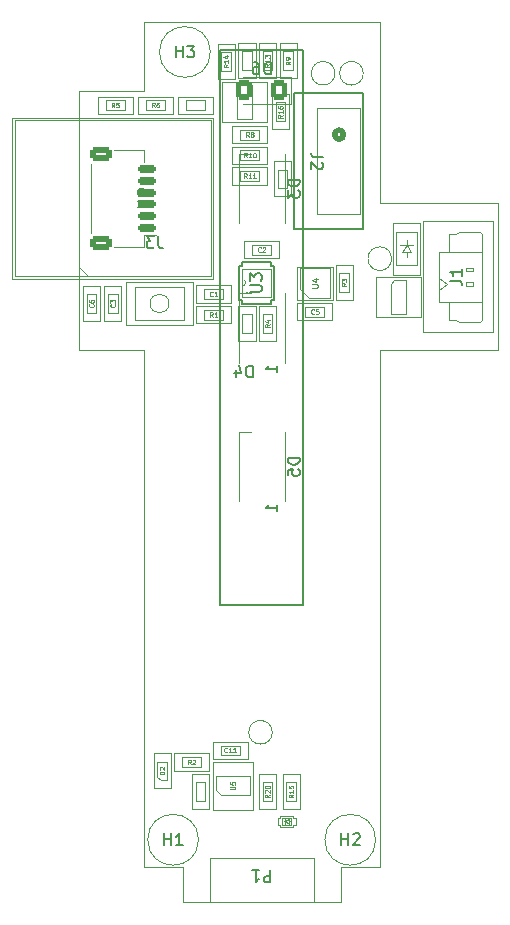
<source format=gbo>
%TF.GenerationSoftware,KiCad,Pcbnew,7.0.7*%
%TF.CreationDate,2023-10-18T20:35:36-04:00*%
%TF.ProjectId,room_environment_monitor,726f6f6d-5f65-46e7-9669-726f6e6d656e,rev?*%
%TF.SameCoordinates,Original*%
%TF.FileFunction,Legend,Bot*%
%TF.FilePolarity,Positive*%
%FSLAX46Y46*%
G04 Gerber Fmt 4.6, Leading zero omitted, Abs format (unit mm)*
G04 Created by KiCad (PCBNEW 7.0.7) date 2023-10-18 20:35:36*
%MOMM*%
%LPD*%
G01*
G04 APERTURE LIST*
G04 Aperture macros list*
%AMRoundRect*
0 Rectangle with rounded corners*
0 $1 Rounding radius*
0 $2 $3 $4 $5 $6 $7 $8 $9 X,Y pos of 4 corners*
0 Add a 4 corners polygon primitive as box body*
4,1,4,$2,$3,$4,$5,$6,$7,$8,$9,$2,$3,0*
0 Add four circle primitives for the rounded corners*
1,1,$1+$1,$2,$3*
1,1,$1+$1,$4,$5*
1,1,$1+$1,$6,$7*
1,1,$1+$1,$8,$9*
0 Add four rect primitives between the rounded corners*
20,1,$1+$1,$2,$3,$4,$5,0*
20,1,$1+$1,$4,$5,$6,$7,0*
20,1,$1+$1,$6,$7,$8,$9,0*
20,1,$1+$1,$8,$9,$2,$3,0*%
G04 Aperture macros list end*
%ADD10C,0.150000*%
%ADD11C,0.120000*%
%ADD12C,2.200000*%
%ADD13O,1.066800X1.701800*%
%ADD14R,0.850000X1.600000*%
%ADD15RoundRect,0.150000X0.625000X-0.150000X0.625000X0.150000X-0.625000X0.150000X-0.625000X-0.150000X0*%
%ADD16RoundRect,0.250000X0.650000X-0.350000X0.650000X0.350000X-0.650000X0.350000X-0.650000X-0.350000X0*%
%ADD17RoundRect,0.250001X0.462499X0.624999X-0.462499X0.624999X-0.462499X-0.624999X0.462499X-0.624999X0*%
%TA.AperFunction,Profile*%
%ADD18C,0.100000*%
%TD*%
%ADD19C,0.050000*%
%ADD20C,0.152400*%
%ADD21C,0.060000*%
%ADD22C,0.075000*%
%ADD23C,0.100000*%
%ADD24C,0.025400*%
%ADD25C,0.508000*%
G04 APERTURE END LIST*
D10*
X106500000Y-119300000D02*
X113500000Y-119300000D01*
X106500000Y-72300000D02*
X106500000Y-119300000D01*
X113500000Y-72300000D02*
X106500000Y-72300000D01*
X113500000Y-119300000D02*
X113500000Y-72300000D01*
X109238094Y-100054819D02*
X109238094Y-99054819D01*
X109238094Y-99054819D02*
X108999999Y-99054819D01*
X108999999Y-99054819D02*
X108857142Y-99102438D01*
X108857142Y-99102438D02*
X108761904Y-99197676D01*
X108761904Y-99197676D02*
X108714285Y-99292914D01*
X108714285Y-99292914D02*
X108666666Y-99483390D01*
X108666666Y-99483390D02*
X108666666Y-99626247D01*
X108666666Y-99626247D02*
X108714285Y-99816723D01*
X108714285Y-99816723D02*
X108761904Y-99911961D01*
X108761904Y-99911961D02*
X108857142Y-100007200D01*
X108857142Y-100007200D02*
X108999999Y-100054819D01*
X108999999Y-100054819D02*
X109238094Y-100054819D01*
X107809523Y-99388152D02*
X107809523Y-100054819D01*
X108047618Y-99007200D02*
X108285713Y-99721485D01*
X108285713Y-99721485D02*
X107666666Y-99721485D01*
X111329819Y-99635714D02*
X111329819Y-99064286D01*
X111329819Y-99350000D02*
X110329819Y-99350000D01*
X110329819Y-99350000D02*
X110472676Y-99254762D01*
X110472676Y-99254762D02*
X110567914Y-99159524D01*
X110567914Y-99159524D02*
X110615533Y-99064286D01*
X101253333Y-88114819D02*
X101253333Y-88829104D01*
X101253333Y-88829104D02*
X101300952Y-88971961D01*
X101300952Y-88971961D02*
X101396190Y-89067200D01*
X101396190Y-89067200D02*
X101539047Y-89114819D01*
X101539047Y-89114819D02*
X101634285Y-89114819D01*
X100872380Y-88114819D02*
X100253333Y-88114819D01*
X100253333Y-88114819D02*
X100586666Y-88495771D01*
X100586666Y-88495771D02*
X100443809Y-88495771D01*
X100443809Y-88495771D02*
X100348571Y-88543390D01*
X100348571Y-88543390D02*
X100300952Y-88591009D01*
X100300952Y-88591009D02*
X100253333Y-88686247D01*
X100253333Y-88686247D02*
X100253333Y-88924342D01*
X100253333Y-88924342D02*
X100300952Y-89019580D01*
X100300952Y-89019580D02*
X100348571Y-89067200D01*
X100348571Y-89067200D02*
X100443809Y-89114819D01*
X100443809Y-89114819D02*
X100729523Y-89114819D01*
X100729523Y-89114819D02*
X100824761Y-89067200D01*
X100824761Y-89067200D02*
X100872380Y-89019580D01*
X113204819Y-83311905D02*
X112204819Y-83311905D01*
X112204819Y-83311905D02*
X112204819Y-83550000D01*
X112204819Y-83550000D02*
X112252438Y-83692857D01*
X112252438Y-83692857D02*
X112347676Y-83788095D01*
X112347676Y-83788095D02*
X112442914Y-83835714D01*
X112442914Y-83835714D02*
X112633390Y-83883333D01*
X112633390Y-83883333D02*
X112776247Y-83883333D01*
X112776247Y-83883333D02*
X112966723Y-83835714D01*
X112966723Y-83835714D02*
X113061961Y-83788095D01*
X113061961Y-83788095D02*
X113157200Y-83692857D01*
X113157200Y-83692857D02*
X113204819Y-83550000D01*
X113204819Y-83550000D02*
X113204819Y-83311905D01*
X112204819Y-84216667D02*
X112204819Y-84835714D01*
X112204819Y-84835714D02*
X112585771Y-84502381D01*
X112585771Y-84502381D02*
X112585771Y-84645238D01*
X112585771Y-84645238D02*
X112633390Y-84740476D01*
X112633390Y-84740476D02*
X112681009Y-84788095D01*
X112681009Y-84788095D02*
X112776247Y-84835714D01*
X112776247Y-84835714D02*
X113014342Y-84835714D01*
X113014342Y-84835714D02*
X113109580Y-84788095D01*
X113109580Y-84788095D02*
X113157200Y-84740476D01*
X113157200Y-84740476D02*
X113204819Y-84645238D01*
X113204819Y-84645238D02*
X113204819Y-84359524D01*
X113204819Y-84359524D02*
X113157200Y-84264286D01*
X113157200Y-84264286D02*
X113109580Y-84216667D01*
X113204819Y-106861905D02*
X112204819Y-106861905D01*
X112204819Y-106861905D02*
X112204819Y-107100000D01*
X112204819Y-107100000D02*
X112252438Y-107242857D01*
X112252438Y-107242857D02*
X112347676Y-107338095D01*
X112347676Y-107338095D02*
X112442914Y-107385714D01*
X112442914Y-107385714D02*
X112633390Y-107433333D01*
X112633390Y-107433333D02*
X112776247Y-107433333D01*
X112776247Y-107433333D02*
X112966723Y-107385714D01*
X112966723Y-107385714D02*
X113061961Y-107338095D01*
X113061961Y-107338095D02*
X113157200Y-107242857D01*
X113157200Y-107242857D02*
X113204819Y-107100000D01*
X113204819Y-107100000D02*
X113204819Y-106861905D01*
X112204819Y-108338095D02*
X112204819Y-107861905D01*
X112204819Y-107861905D02*
X112681009Y-107814286D01*
X112681009Y-107814286D02*
X112633390Y-107861905D01*
X112633390Y-107861905D02*
X112585771Y-107957143D01*
X112585771Y-107957143D02*
X112585771Y-108195238D01*
X112585771Y-108195238D02*
X112633390Y-108290476D01*
X112633390Y-108290476D02*
X112681009Y-108338095D01*
X112681009Y-108338095D02*
X112776247Y-108385714D01*
X112776247Y-108385714D02*
X113014342Y-108385714D01*
X113014342Y-108385714D02*
X113109580Y-108338095D01*
X113109580Y-108338095D02*
X113157200Y-108290476D01*
X113157200Y-108290476D02*
X113204819Y-108195238D01*
X113204819Y-108195238D02*
X113204819Y-107957143D01*
X113204819Y-107957143D02*
X113157200Y-107861905D01*
X113157200Y-107861905D02*
X113109580Y-107814286D01*
X111329819Y-111385714D02*
X111329819Y-110814286D01*
X111329819Y-111100000D02*
X110329819Y-111100000D01*
X110329819Y-111100000D02*
X110472676Y-111004762D01*
X110472676Y-111004762D02*
X110567914Y-110909524D01*
X110567914Y-110909524D02*
X110615533Y-110814286D01*
X110750594Y-74384819D02*
X110750594Y-73384819D01*
X110750594Y-73384819D02*
X110512499Y-73384819D01*
X110512499Y-73384819D02*
X110369642Y-73432438D01*
X110369642Y-73432438D02*
X110274404Y-73527676D01*
X110274404Y-73527676D02*
X110226785Y-73622914D01*
X110226785Y-73622914D02*
X110179166Y-73813390D01*
X110179166Y-73813390D02*
X110179166Y-73956247D01*
X110179166Y-73956247D02*
X110226785Y-74146723D01*
X110226785Y-74146723D02*
X110274404Y-74241961D01*
X110274404Y-74241961D02*
X110369642Y-74337200D01*
X110369642Y-74337200D02*
X110512499Y-74384819D01*
X110512499Y-74384819D02*
X110750594Y-74384819D01*
X109322023Y-73384819D02*
X109512499Y-73384819D01*
X109512499Y-73384819D02*
X109607737Y-73432438D01*
X109607737Y-73432438D02*
X109655356Y-73480057D01*
X109655356Y-73480057D02*
X109750594Y-73622914D01*
X109750594Y-73622914D02*
X109798213Y-73813390D01*
X109798213Y-73813390D02*
X109798213Y-74194342D01*
X109798213Y-74194342D02*
X109750594Y-74289580D01*
X109750594Y-74289580D02*
X109702975Y-74337200D01*
X109702975Y-74337200D02*
X109607737Y-74384819D01*
X109607737Y-74384819D02*
X109417261Y-74384819D01*
X109417261Y-74384819D02*
X109322023Y-74337200D01*
X109322023Y-74337200D02*
X109274404Y-74289580D01*
X109274404Y-74289580D02*
X109226785Y-74194342D01*
X109226785Y-74194342D02*
X109226785Y-73956247D01*
X109226785Y-73956247D02*
X109274404Y-73861009D01*
X109274404Y-73861009D02*
X109322023Y-73813390D01*
X109322023Y-73813390D02*
X109417261Y-73765771D01*
X109417261Y-73765771D02*
X109607737Y-73765771D01*
X109607737Y-73765771D02*
X109702975Y-73813390D01*
X109702975Y-73813390D02*
X109750594Y-73861009D01*
X109750594Y-73861009D02*
X109798213Y-73956247D01*
D11*
%TO.C,D4*%
X108050000Y-98800000D02*
X108050000Y-92900000D01*
X111950000Y-98800000D02*
X111950000Y-92900000D01*
X108050000Y-92900000D02*
X109125000Y-92900000D01*
%TO.C,J3*%
X97535000Y-89010000D02*
X100035000Y-89010000D01*
X100035000Y-89010000D02*
X100035000Y-87960000D01*
X100035000Y-87960000D02*
X101025000Y-87960000D01*
X95565000Y-87840000D02*
X95565000Y-81960000D01*
X97535000Y-80790000D02*
X100035000Y-80790000D01*
X100035000Y-80790000D02*
X100035000Y-81840000D01*
%TO.C,D3*%
X108050000Y-87000000D02*
X108050000Y-81100000D01*
X111950000Y-87000000D02*
X111950000Y-81100000D01*
X108050000Y-81100000D02*
X109125000Y-81100000D01*
%TO.C,D5*%
X108050000Y-110550000D02*
X108050000Y-104650000D01*
X111950000Y-110550000D02*
X111950000Y-104650000D01*
X108050000Y-104650000D02*
X109125000Y-104650000D01*
%TO.C,D6*%
X112472500Y-76885000D02*
X108412500Y-76885000D01*
X112472500Y-74615000D02*
X112472500Y-76885000D01*
X108412500Y-74615000D02*
X112472500Y-74615000D01*
%TD*%
%LPC*%
D12*
%TO.C,H1*%
X102500000Y-139200000D03*
%TD*%
D13*
%TO.C,P1*%
X114269999Y-143050003D03*
X105730001Y-143050003D03*
%TD*%
D12*
%TO.C,H2*%
X117500000Y-139200000D03*
%TD*%
%TO.C,H3*%
X103500000Y-72500000D03*
%TD*%
D14*
%TO.C,D4*%
X110875000Y-97600000D03*
X109125000Y-97600000D03*
X109125000Y-94100000D03*
X110875000Y-94100000D03*
%TD*%
D15*
%TO.C,J3*%
X100250000Y-87400000D03*
X100250000Y-86400000D03*
X100250000Y-85400000D03*
X100250000Y-84400000D03*
X100250000Y-83400000D03*
X100250000Y-82400000D03*
D16*
X96375000Y-88700000D03*
X96375000Y-81100000D03*
%TD*%
D14*
%TO.C,D3*%
X110875000Y-85800000D03*
X109125000Y-85800000D03*
X109125000Y-82300000D03*
X110875000Y-82300000D03*
%TD*%
%TO.C,D5*%
X110875000Y-109350000D03*
X109125000Y-109350000D03*
X109125000Y-105850000D03*
X110875000Y-105850000D03*
%TD*%
D17*
%TO.C,D6*%
X111500000Y-75750000D03*
X108525000Y-75750000D03*
%TD*%
%LPD*%
D18*
X120000000Y-70000000D02*
X120000000Y-85250000D01*
X103300000Y-144500000D02*
X103300000Y-141500000D01*
X120000000Y-85250000D02*
X130000000Y-85250000D01*
X100000000Y-70000000D02*
X120000000Y-70000000D01*
X100000000Y-75800000D02*
X100000000Y-70000000D01*
X100000000Y-97750000D02*
X94500000Y-97750000D01*
X120000000Y-97750000D02*
X120000000Y-141500000D01*
X130000000Y-85250000D02*
X130000000Y-97750000D01*
X116700000Y-144500000D02*
X103300000Y-144500000D01*
X103300000Y-141500000D02*
X100000000Y-141500000D01*
X116700000Y-141500000D02*
X116700000Y-144500000D01*
X100000000Y-141500000D02*
X100000000Y-97750000D01*
X130000000Y-97750000D02*
X120000000Y-97750000D01*
X94500000Y-75800000D02*
X100000000Y-75800000D01*
X94500000Y-75800000D02*
X94500000Y-97750000D01*
X120000000Y-141500000D02*
X116700000Y-141500000D01*
D19*
%TO.C,R3*%
X116270000Y-93480000D02*
X116270000Y-90520000D01*
X117730000Y-93480000D02*
X116270000Y-93480000D01*
X116270000Y-90520000D02*
X117730000Y-90520000D01*
X117730000Y-90520000D02*
X117730000Y-93480000D01*
%TO.C,R9*%
X112980000Y-71770000D02*
X112980000Y-74730000D01*
X111520000Y-71770000D02*
X112980000Y-71770000D01*
X112980000Y-74730000D02*
X111520000Y-74730000D01*
X111520000Y-74730000D02*
X111520000Y-71770000D01*
%TO.C,R13*%
X111230000Y-71770000D02*
X111230000Y-74730000D01*
X109770000Y-71770000D02*
X111230000Y-71770000D01*
X111230000Y-74730000D02*
X109770000Y-74730000D01*
X109770000Y-74730000D02*
X109770000Y-71770000D01*
%TO.C,R8*%
X110480000Y-80230000D02*
X107520000Y-80230000D01*
X110480000Y-78770000D02*
X110480000Y-80230000D01*
X107520000Y-80230000D02*
X107520000Y-78770000D01*
X107520000Y-78770000D02*
X110480000Y-78770000D01*
%TO.C,C1*%
X104445000Y-92270000D02*
X107405000Y-92270000D01*
X104445000Y-93730000D02*
X104445000Y-92270000D01*
X107405000Y-92270000D02*
X107405000Y-93730000D01*
X107405000Y-93730000D02*
X104445000Y-93730000D01*
%TO.C,H1*%
X104650000Y-139200000D02*
G75*
G03*
X104650000Y-139200000I-2150000J0D01*
G01*
%TO.C,C2*%
X108520000Y-88520000D02*
X111480000Y-88520000D01*
X108520000Y-89980000D02*
X108520000Y-88520000D01*
X111480000Y-88520000D02*
X111480000Y-89980000D01*
X111480000Y-89980000D02*
X108520000Y-89980000D01*
%TO.C,Q3*%
X119642500Y-91550000D02*
X119642500Y-94950000D01*
X119642500Y-94950000D02*
X123482500Y-94950000D01*
X123482500Y-91550000D02*
X119642500Y-91550000D01*
X123482500Y-94950000D02*
X123482500Y-91550000D01*
%TO.C,U5*%
X105875000Y-136675000D02*
X109275000Y-136675000D01*
X109275000Y-136675000D02*
X109275000Y-132575000D01*
X105875000Y-132575000D02*
X105875000Y-136675000D01*
X109275000Y-132575000D02*
X105875000Y-132575000D01*
%TO.C,R11*%
X107520000Y-82270000D02*
X110480000Y-82270000D01*
X107520000Y-83730000D02*
X107520000Y-82270000D01*
X110480000Y-82270000D02*
X110480000Y-83730000D01*
X110480000Y-83730000D02*
X107520000Y-83730000D01*
%TO.C,U4*%
X112985000Y-93485000D02*
X112985000Y-90665000D01*
X116065000Y-93485000D02*
X112985000Y-93485000D01*
X112985000Y-90665000D02*
X116065000Y-90665000D01*
X116065000Y-90665000D02*
X116065000Y-93485000D01*
%TO.C,TP4*%
X110900000Y-130100000D02*
G75*
G03*
X110900000Y-130100000I-1000000J0D01*
G01*
D20*
%TO.C,U3*%
X108318201Y-93834200D02*
X108318201Y-93529400D01*
X110781801Y-93834200D02*
X108318201Y-93834200D01*
X110781801Y-93834200D02*
X110781801Y-93529400D01*
X108076801Y-93529400D02*
X108076801Y-90583000D01*
X108318201Y-93529400D02*
X108076801Y-93529400D01*
X111023201Y-93529400D02*
X110781801Y-93529400D01*
X108076801Y-90583000D02*
X108318201Y-90583000D01*
X110781801Y-90583000D02*
X111023201Y-90583000D01*
X111023201Y-90583000D02*
X111023201Y-93529400D01*
X108318201Y-90278200D02*
X108318201Y-90583000D01*
X108318201Y-90278200D02*
X110781801Y-90278200D01*
X110781801Y-90278200D02*
X110781801Y-90583000D01*
D19*
%TO.C,H2*%
X119650000Y-139200000D02*
G75*
G03*
X119650000Y-139200000I-2150000J0D01*
G01*
%TO.C,C7*%
X112480000Y-81770000D02*
X112480000Y-84730000D01*
X111020000Y-81770000D02*
X112480000Y-81770000D01*
X112480000Y-84730000D02*
X111020000Y-84730000D01*
X111020000Y-84730000D02*
X111020000Y-81770000D01*
%TO.C,H3*%
X105650000Y-72500000D02*
G75*
G03*
X105650000Y-72500000I-2150000J0D01*
G01*
%TO.C,R15*%
X111770000Y-136605000D02*
X111770000Y-133645000D01*
X113230000Y-136605000D02*
X111770000Y-136605000D01*
X111770000Y-133645000D02*
X113230000Y-133645000D01*
X113230000Y-133645000D02*
X113230000Y-136605000D01*
%TO.C,U2*%
X88900000Y-91700000D02*
X88900000Y-78100000D01*
X105900000Y-91700000D02*
X88900000Y-91700000D01*
X88900000Y-78100000D02*
X105900000Y-78100000D01*
X105900000Y-78100000D02*
X105900000Y-91700000D01*
D20*
%TO.C,J2*%
X118608200Y-76002199D02*
X112715400Y-76002199D01*
X112715400Y-76002199D02*
X112715400Y-87497801D01*
X118608200Y-87497801D02*
X118608200Y-76002199D01*
X112715400Y-87497801D02*
X118608200Y-87497801D01*
D19*
%TO.C,TP2*%
X118600000Y-74300000D02*
G75*
G03*
X118600000Y-74300000I-1000000J0D01*
G01*
%TO.C,C11*%
X105845000Y-130895000D02*
X108805000Y-130895000D01*
X105845000Y-132355000D02*
X105845000Y-130895000D01*
X108805000Y-130895000D02*
X108805000Y-132355000D01*
X108805000Y-132355000D02*
X105845000Y-132355000D01*
%TO.C,D7*%
X111375000Y-137370000D02*
X111375000Y-137930000D01*
X111375000Y-137930000D02*
X111575000Y-137930000D01*
X111575000Y-137200000D02*
X112675000Y-137200000D01*
X111575000Y-137370000D02*
X111375000Y-137370000D01*
X111575000Y-137370000D02*
X111575000Y-137200000D01*
X111575000Y-138100000D02*
X111575000Y-137930000D01*
X112675000Y-137200000D02*
X112675000Y-137370000D01*
X112675000Y-137370000D02*
X112875000Y-137370000D01*
X112675000Y-137930000D02*
X112675000Y-138100000D01*
X112675000Y-138100000D02*
X111575000Y-138100000D01*
X112875000Y-137370000D02*
X112875000Y-137930000D01*
X112875000Y-137930000D02*
X112675000Y-137930000D01*
%TO.C,R12*%
X109480000Y-71770000D02*
X109480000Y-74730000D01*
X108020000Y-71770000D02*
X109480000Y-71770000D01*
X109480000Y-74730000D02*
X108020000Y-74730000D01*
X108020000Y-74730000D02*
X108020000Y-71770000D01*
%TO.C,R14*%
X106270000Y-74767500D02*
X106270000Y-71807500D01*
X107730000Y-74767500D02*
X106270000Y-74767500D01*
X106270000Y-71807500D02*
X107730000Y-71807500D01*
X107730000Y-71807500D02*
X107730000Y-74767500D01*
%TO.C,R10*%
X107520000Y-80520000D02*
X110480000Y-80520000D01*
X107520000Y-81980000D02*
X107520000Y-80520000D01*
X110480000Y-80520000D02*
X110480000Y-81980000D01*
X110480000Y-81980000D02*
X107520000Y-81980000D01*
%TO.C,R1*%
X107405000Y-95480000D02*
X104445000Y-95480000D01*
X107405000Y-94020000D02*
X107405000Y-95480000D01*
X104445000Y-95480000D02*
X104445000Y-94020000D01*
X104445000Y-94020000D02*
X107405000Y-94020000D01*
%TO.C,R20*%
X109770000Y-136605000D02*
X109770000Y-133645000D01*
X111230000Y-136605000D02*
X109770000Y-136605000D01*
X109770000Y-133645000D02*
X111230000Y-133645000D01*
X111230000Y-133645000D02*
X111230000Y-136605000D01*
%TO.C,D2*%
X100845000Y-134855000D02*
X100845000Y-131895000D01*
X102305000Y-134855000D02*
X100845000Y-134855000D01*
X100845000Y-131895000D02*
X102305000Y-131895000D01*
X102305000Y-131895000D02*
X102305000Y-134855000D01*
%TO.C,C10*%
X104095000Y-136605000D02*
X104095000Y-133645000D01*
X105555000Y-136605000D02*
X104095000Y-136605000D01*
X104095000Y-133645000D02*
X105555000Y-133645000D01*
X105555000Y-133645000D02*
X105555000Y-136605000D01*
%TO.C,R5*%
X99080000Y-77730000D02*
X96120000Y-77730000D01*
X99080000Y-76270000D02*
X99080000Y-77730000D01*
X96120000Y-77730000D02*
X96120000Y-76270000D01*
X96120000Y-76270000D02*
X99080000Y-76270000D01*
%TO.C,J1*%
X123675000Y-96245000D02*
X129575000Y-96245000D01*
X129575000Y-96245000D02*
X129575000Y-86805000D01*
X123675000Y-86805000D02*
X123675000Y-96245000D01*
X129575000Y-86805000D02*
X123675000Y-86805000D01*
%TO.C,R6*%
X99520000Y-76270000D02*
X102480000Y-76270000D01*
X99520000Y-77730000D02*
X99520000Y-76270000D01*
X102480000Y-76270000D02*
X102480000Y-77730000D01*
X102480000Y-77730000D02*
X99520000Y-77730000D01*
%TO.C,R16*%
X112330000Y-76095000D02*
X112330000Y-79055000D01*
X110870000Y-76095000D02*
X112330000Y-76095000D01*
X112330000Y-79055000D02*
X110870000Y-79055000D01*
X110870000Y-79055000D02*
X110870000Y-76095000D01*
%TO.C,C5*%
X115980000Y-95230000D02*
X113020000Y-95230000D01*
X115980000Y-93770000D02*
X115980000Y-95230000D01*
X113020000Y-95230000D02*
X113020000Y-93770000D01*
X113020000Y-93770000D02*
X115980000Y-93770000D01*
%TO.C,SW1*%
X104150000Y-95600000D02*
X98550000Y-95600000D01*
X104150000Y-92000000D02*
X104150000Y-95600000D01*
X98550000Y-95600000D02*
X98550000Y-92000000D01*
X98550000Y-92000000D02*
X104150000Y-92000000D01*
%TO.C,R2*%
X105555000Y-133355000D02*
X102595000Y-133355000D01*
X105555000Y-131895000D02*
X105555000Y-133355000D01*
X102595000Y-133355000D02*
X102595000Y-131895000D01*
X102595000Y-131895000D02*
X105555000Y-131895000D01*
%TO.C,C4*%
X109480000Y-94020000D02*
X109480000Y-96980000D01*
X108020000Y-94020000D02*
X109480000Y-94020000D01*
X109480000Y-96980000D02*
X108020000Y-96980000D01*
X108020000Y-96980000D02*
X108020000Y-94020000D01*
%TO.C,R4*%
X109770000Y-96980000D02*
X109770000Y-94020000D01*
X111230000Y-96980000D02*
X109770000Y-96980000D01*
X109770000Y-94020000D02*
X111230000Y-94020000D01*
X111230000Y-94020000D02*
X111230000Y-96980000D01*
%TO.C,C3*%
X98130000Y-92320000D02*
X98130000Y-95280000D01*
X96670000Y-92320000D02*
X98130000Y-92320000D01*
X98130000Y-95280000D02*
X96670000Y-95280000D01*
X96670000Y-95280000D02*
X96670000Y-92320000D01*
%TO.C,TP3*%
X116200000Y-74300000D02*
G75*
G03*
X116200000Y-74300000I-1000000J0D01*
G01*
%TO.C,C6*%
X96330000Y-92320000D02*
X96330000Y-95280000D01*
X94870000Y-92320000D02*
X96330000Y-92320000D01*
X96330000Y-95280000D02*
X94870000Y-95280000D01*
X94870000Y-95280000D02*
X94870000Y-92320000D01*
%TO.C,D1*%
X123425000Y-86950000D02*
X121125000Y-86950000D01*
X123425000Y-86950000D02*
X123425000Y-91350000D01*
X123425000Y-91350000D02*
X121125000Y-91350000D01*
X121125000Y-91350000D02*
X121125000Y-86950000D01*
%TO.C,R7*%
X102920000Y-76270000D02*
X105880000Y-76270000D01*
X102920000Y-77730000D02*
X102920000Y-76270000D01*
X105880000Y-76270000D02*
X105880000Y-77730000D01*
X105880000Y-77730000D02*
X102920000Y-77730000D01*
%TO.C,TP1*%
X121000000Y-90000000D02*
G75*
G03*
X121000000Y-90000000I-1000000J0D01*
G01*
%TO.C,Q1*%
X106642500Y-75050000D02*
X106642500Y-78450000D01*
X106642500Y-78450000D02*
X110482500Y-78450000D01*
X110482500Y-75050000D02*
X106642500Y-75050000D01*
X110482500Y-78450000D02*
X110482500Y-75050000D01*
%TD*%
D21*
X117181927Y-92066666D02*
X116991451Y-92199999D01*
X117181927Y-92295237D02*
X116781927Y-92295237D01*
X116781927Y-92295237D02*
X116781927Y-92142856D01*
X116781927Y-92142856D02*
X116800975Y-92104761D01*
X116800975Y-92104761D02*
X116820022Y-92085714D01*
X116820022Y-92085714D02*
X116858118Y-92066666D01*
X116858118Y-92066666D02*
X116915260Y-92066666D01*
X116915260Y-92066666D02*
X116953356Y-92085714D01*
X116953356Y-92085714D02*
X116972403Y-92104761D01*
X116972403Y-92104761D02*
X116991451Y-92142856D01*
X116991451Y-92142856D02*
X116991451Y-92295237D01*
X116781927Y-91933333D02*
X116781927Y-91685714D01*
X116781927Y-91685714D02*
X116934308Y-91819047D01*
X116934308Y-91819047D02*
X116934308Y-91761904D01*
X116934308Y-91761904D02*
X116953356Y-91723809D01*
X116953356Y-91723809D02*
X116972403Y-91704761D01*
X116972403Y-91704761D02*
X117010499Y-91685714D01*
X117010499Y-91685714D02*
X117105737Y-91685714D01*
X117105737Y-91685714D02*
X117143832Y-91704761D01*
X117143832Y-91704761D02*
X117162880Y-91723809D01*
X117162880Y-91723809D02*
X117181927Y-91761904D01*
X117181927Y-91761904D02*
X117181927Y-91876190D01*
X117181927Y-91876190D02*
X117162880Y-91914285D01*
X117162880Y-91914285D02*
X117143832Y-91933333D01*
X112431927Y-73316666D02*
X112241451Y-73449999D01*
X112431927Y-73545237D02*
X112031927Y-73545237D01*
X112031927Y-73545237D02*
X112031927Y-73392856D01*
X112031927Y-73392856D02*
X112050975Y-73354761D01*
X112050975Y-73354761D02*
X112070022Y-73335714D01*
X112070022Y-73335714D02*
X112108118Y-73316666D01*
X112108118Y-73316666D02*
X112165260Y-73316666D01*
X112165260Y-73316666D02*
X112203356Y-73335714D01*
X112203356Y-73335714D02*
X112222403Y-73354761D01*
X112222403Y-73354761D02*
X112241451Y-73392856D01*
X112241451Y-73392856D02*
X112241451Y-73545237D01*
X112431927Y-73126190D02*
X112431927Y-73049999D01*
X112431927Y-73049999D02*
X112412880Y-73011904D01*
X112412880Y-73011904D02*
X112393832Y-72992856D01*
X112393832Y-72992856D02*
X112336689Y-72954761D01*
X112336689Y-72954761D02*
X112260499Y-72935714D01*
X112260499Y-72935714D02*
X112108118Y-72935714D01*
X112108118Y-72935714D02*
X112070022Y-72954761D01*
X112070022Y-72954761D02*
X112050975Y-72973809D01*
X112050975Y-72973809D02*
X112031927Y-73011904D01*
X112031927Y-73011904D02*
X112031927Y-73088095D01*
X112031927Y-73088095D02*
X112050975Y-73126190D01*
X112050975Y-73126190D02*
X112070022Y-73145237D01*
X112070022Y-73145237D02*
X112108118Y-73164285D01*
X112108118Y-73164285D02*
X112203356Y-73164285D01*
X112203356Y-73164285D02*
X112241451Y-73145237D01*
X112241451Y-73145237D02*
X112260499Y-73126190D01*
X112260499Y-73126190D02*
X112279546Y-73088095D01*
X112279546Y-73088095D02*
X112279546Y-73011904D01*
X112279546Y-73011904D02*
X112260499Y-72973809D01*
X112260499Y-72973809D02*
X112241451Y-72954761D01*
X112241451Y-72954761D02*
X112203356Y-72935714D01*
X110681927Y-73507142D02*
X110491451Y-73640475D01*
X110681927Y-73735713D02*
X110281927Y-73735713D01*
X110281927Y-73735713D02*
X110281927Y-73583332D01*
X110281927Y-73583332D02*
X110300975Y-73545237D01*
X110300975Y-73545237D02*
X110320022Y-73526190D01*
X110320022Y-73526190D02*
X110358118Y-73507142D01*
X110358118Y-73507142D02*
X110415260Y-73507142D01*
X110415260Y-73507142D02*
X110453356Y-73526190D01*
X110453356Y-73526190D02*
X110472403Y-73545237D01*
X110472403Y-73545237D02*
X110491451Y-73583332D01*
X110491451Y-73583332D02*
X110491451Y-73735713D01*
X110681927Y-73126190D02*
X110681927Y-73354761D01*
X110681927Y-73240475D02*
X110281927Y-73240475D01*
X110281927Y-73240475D02*
X110339070Y-73278571D01*
X110339070Y-73278571D02*
X110377165Y-73316666D01*
X110377165Y-73316666D02*
X110396213Y-73354761D01*
X110281927Y-72992857D02*
X110281927Y-72745238D01*
X110281927Y-72745238D02*
X110434308Y-72878571D01*
X110434308Y-72878571D02*
X110434308Y-72821428D01*
X110434308Y-72821428D02*
X110453356Y-72783333D01*
X110453356Y-72783333D02*
X110472403Y-72764285D01*
X110472403Y-72764285D02*
X110510499Y-72745238D01*
X110510499Y-72745238D02*
X110605737Y-72745238D01*
X110605737Y-72745238D02*
X110643832Y-72764285D01*
X110643832Y-72764285D02*
X110662880Y-72783333D01*
X110662880Y-72783333D02*
X110681927Y-72821428D01*
X110681927Y-72821428D02*
X110681927Y-72935714D01*
X110681927Y-72935714D02*
X110662880Y-72973809D01*
X110662880Y-72973809D02*
X110643832Y-72992857D01*
X108933333Y-79681927D02*
X108800000Y-79491451D01*
X108704762Y-79681927D02*
X108704762Y-79281927D01*
X108704762Y-79281927D02*
X108857143Y-79281927D01*
X108857143Y-79281927D02*
X108895238Y-79300975D01*
X108895238Y-79300975D02*
X108914285Y-79320022D01*
X108914285Y-79320022D02*
X108933333Y-79358118D01*
X108933333Y-79358118D02*
X108933333Y-79415260D01*
X108933333Y-79415260D02*
X108914285Y-79453356D01*
X108914285Y-79453356D02*
X108895238Y-79472403D01*
X108895238Y-79472403D02*
X108857143Y-79491451D01*
X108857143Y-79491451D02*
X108704762Y-79491451D01*
X109161904Y-79453356D02*
X109123809Y-79434308D01*
X109123809Y-79434308D02*
X109104762Y-79415260D01*
X109104762Y-79415260D02*
X109085714Y-79377165D01*
X109085714Y-79377165D02*
X109085714Y-79358118D01*
X109085714Y-79358118D02*
X109104762Y-79320022D01*
X109104762Y-79320022D02*
X109123809Y-79300975D01*
X109123809Y-79300975D02*
X109161904Y-79281927D01*
X109161904Y-79281927D02*
X109238095Y-79281927D01*
X109238095Y-79281927D02*
X109276190Y-79300975D01*
X109276190Y-79300975D02*
X109295238Y-79320022D01*
X109295238Y-79320022D02*
X109314285Y-79358118D01*
X109314285Y-79358118D02*
X109314285Y-79377165D01*
X109314285Y-79377165D02*
X109295238Y-79415260D01*
X109295238Y-79415260D02*
X109276190Y-79434308D01*
X109276190Y-79434308D02*
X109238095Y-79453356D01*
X109238095Y-79453356D02*
X109161904Y-79453356D01*
X109161904Y-79453356D02*
X109123809Y-79472403D01*
X109123809Y-79472403D02*
X109104762Y-79491451D01*
X109104762Y-79491451D02*
X109085714Y-79529546D01*
X109085714Y-79529546D02*
X109085714Y-79605737D01*
X109085714Y-79605737D02*
X109104762Y-79643832D01*
X109104762Y-79643832D02*
X109123809Y-79662880D01*
X109123809Y-79662880D02*
X109161904Y-79681927D01*
X109161904Y-79681927D02*
X109238095Y-79681927D01*
X109238095Y-79681927D02*
X109276190Y-79662880D01*
X109276190Y-79662880D02*
X109295238Y-79643832D01*
X109295238Y-79643832D02*
X109314285Y-79605737D01*
X109314285Y-79605737D02*
X109314285Y-79529546D01*
X109314285Y-79529546D02*
X109295238Y-79491451D01*
X109295238Y-79491451D02*
X109276190Y-79472403D01*
X109276190Y-79472403D02*
X109238095Y-79453356D01*
X105858333Y-93143832D02*
X105839285Y-93162880D01*
X105839285Y-93162880D02*
X105782143Y-93181927D01*
X105782143Y-93181927D02*
X105744047Y-93181927D01*
X105744047Y-93181927D02*
X105686904Y-93162880D01*
X105686904Y-93162880D02*
X105648809Y-93124784D01*
X105648809Y-93124784D02*
X105629762Y-93086689D01*
X105629762Y-93086689D02*
X105610714Y-93010499D01*
X105610714Y-93010499D02*
X105610714Y-92953356D01*
X105610714Y-92953356D02*
X105629762Y-92877165D01*
X105629762Y-92877165D02*
X105648809Y-92839070D01*
X105648809Y-92839070D02*
X105686904Y-92800975D01*
X105686904Y-92800975D02*
X105744047Y-92781927D01*
X105744047Y-92781927D02*
X105782143Y-92781927D01*
X105782143Y-92781927D02*
X105839285Y-92800975D01*
X105839285Y-92800975D02*
X105858333Y-92820022D01*
X106239285Y-93181927D02*
X106010714Y-93181927D01*
X106125000Y-93181927D02*
X106125000Y-92781927D01*
X106125000Y-92781927D02*
X106086904Y-92839070D01*
X106086904Y-92839070D02*
X106048809Y-92877165D01*
X106048809Y-92877165D02*
X106010714Y-92896213D01*
D10*
X101738095Y-139654819D02*
X101738095Y-138654819D01*
X101738095Y-139131009D02*
X102309523Y-139131009D01*
X102309523Y-139654819D02*
X102309523Y-138654819D01*
X103309523Y-139654819D02*
X102738095Y-139654819D01*
X103023809Y-139654819D02*
X103023809Y-138654819D01*
X103023809Y-138654819D02*
X102928571Y-138797676D01*
X102928571Y-138797676D02*
X102833333Y-138892914D01*
X102833333Y-138892914D02*
X102738095Y-138940533D01*
D21*
X109933333Y-89393832D02*
X109914285Y-89412880D01*
X109914285Y-89412880D02*
X109857143Y-89431927D01*
X109857143Y-89431927D02*
X109819047Y-89431927D01*
X109819047Y-89431927D02*
X109761904Y-89412880D01*
X109761904Y-89412880D02*
X109723809Y-89374784D01*
X109723809Y-89374784D02*
X109704762Y-89336689D01*
X109704762Y-89336689D02*
X109685714Y-89260499D01*
X109685714Y-89260499D02*
X109685714Y-89203356D01*
X109685714Y-89203356D02*
X109704762Y-89127165D01*
X109704762Y-89127165D02*
X109723809Y-89089070D01*
X109723809Y-89089070D02*
X109761904Y-89050975D01*
X109761904Y-89050975D02*
X109819047Y-89031927D01*
X109819047Y-89031927D02*
X109857143Y-89031927D01*
X109857143Y-89031927D02*
X109914285Y-89050975D01*
X109914285Y-89050975D02*
X109933333Y-89070022D01*
X110085714Y-89070022D02*
X110104762Y-89050975D01*
X110104762Y-89050975D02*
X110142857Y-89031927D01*
X110142857Y-89031927D02*
X110238095Y-89031927D01*
X110238095Y-89031927D02*
X110276190Y-89050975D01*
X110276190Y-89050975D02*
X110295238Y-89070022D01*
X110295238Y-89070022D02*
X110314285Y-89108118D01*
X110314285Y-89108118D02*
X110314285Y-89146213D01*
X110314285Y-89146213D02*
X110295238Y-89203356D01*
X110295238Y-89203356D02*
X110066666Y-89431927D01*
X110066666Y-89431927D02*
X110314285Y-89431927D01*
X107356927Y-134929761D02*
X107680737Y-134929761D01*
X107680737Y-134929761D02*
X107718832Y-134910714D01*
X107718832Y-134910714D02*
X107737880Y-134891666D01*
X107737880Y-134891666D02*
X107756927Y-134853571D01*
X107756927Y-134853571D02*
X107756927Y-134777380D01*
X107756927Y-134777380D02*
X107737880Y-134739285D01*
X107737880Y-134739285D02*
X107718832Y-134720238D01*
X107718832Y-134720238D02*
X107680737Y-134701190D01*
X107680737Y-134701190D02*
X107356927Y-134701190D01*
X107356927Y-134320237D02*
X107356927Y-134510713D01*
X107356927Y-134510713D02*
X107547403Y-134529761D01*
X107547403Y-134529761D02*
X107528356Y-134510713D01*
X107528356Y-134510713D02*
X107509308Y-134472618D01*
X107509308Y-134472618D02*
X107509308Y-134377380D01*
X107509308Y-134377380D02*
X107528356Y-134339285D01*
X107528356Y-134339285D02*
X107547403Y-134320237D01*
X107547403Y-134320237D02*
X107585499Y-134301190D01*
X107585499Y-134301190D02*
X107680737Y-134301190D01*
X107680737Y-134301190D02*
X107718832Y-134320237D01*
X107718832Y-134320237D02*
X107737880Y-134339285D01*
X107737880Y-134339285D02*
X107756927Y-134377380D01*
X107756927Y-134377380D02*
X107756927Y-134472618D01*
X107756927Y-134472618D02*
X107737880Y-134510713D01*
X107737880Y-134510713D02*
X107718832Y-134529761D01*
X108742857Y-83181927D02*
X108609524Y-82991451D01*
X108514286Y-83181927D02*
X108514286Y-82781927D01*
X108514286Y-82781927D02*
X108666667Y-82781927D01*
X108666667Y-82781927D02*
X108704762Y-82800975D01*
X108704762Y-82800975D02*
X108723809Y-82820022D01*
X108723809Y-82820022D02*
X108742857Y-82858118D01*
X108742857Y-82858118D02*
X108742857Y-82915260D01*
X108742857Y-82915260D02*
X108723809Y-82953356D01*
X108723809Y-82953356D02*
X108704762Y-82972403D01*
X108704762Y-82972403D02*
X108666667Y-82991451D01*
X108666667Y-82991451D02*
X108514286Y-82991451D01*
X109123809Y-83181927D02*
X108895238Y-83181927D01*
X109009524Y-83181927D02*
X109009524Y-82781927D01*
X109009524Y-82781927D02*
X108971428Y-82839070D01*
X108971428Y-82839070D02*
X108933333Y-82877165D01*
X108933333Y-82877165D02*
X108895238Y-82896213D01*
X109504761Y-83181927D02*
X109276190Y-83181927D01*
X109390476Y-83181927D02*
X109390476Y-82781927D01*
X109390476Y-82781927D02*
X109352380Y-82839070D01*
X109352380Y-82839070D02*
X109314285Y-82877165D01*
X109314285Y-82877165D02*
X109276190Y-82896213D01*
D10*
X110738094Y-141795182D02*
X110738094Y-142795182D01*
X110738094Y-142795182D02*
X110357142Y-142795182D01*
X110357142Y-142795182D02*
X110261904Y-142747563D01*
X110261904Y-142747563D02*
X110214285Y-142699944D01*
X110214285Y-142699944D02*
X110166666Y-142604706D01*
X110166666Y-142604706D02*
X110166666Y-142461849D01*
X110166666Y-142461849D02*
X110214285Y-142366611D01*
X110214285Y-142366611D02*
X110261904Y-142318992D01*
X110261904Y-142318992D02*
X110357142Y-142271373D01*
X110357142Y-142271373D02*
X110738094Y-142271373D01*
X109214285Y-141795182D02*
X109785713Y-141795182D01*
X109499999Y-141795182D02*
X109499999Y-142795182D01*
X109499999Y-142795182D02*
X109595237Y-142652325D01*
X109595237Y-142652325D02*
X109690475Y-142557087D01*
X109690475Y-142557087D02*
X109785713Y-142509468D01*
D22*
X114252409Y-92455952D02*
X114657171Y-92455952D01*
X114657171Y-92455952D02*
X114704790Y-92432142D01*
X114704790Y-92432142D02*
X114728600Y-92408333D01*
X114728600Y-92408333D02*
X114752409Y-92360714D01*
X114752409Y-92360714D02*
X114752409Y-92265476D01*
X114752409Y-92265476D02*
X114728600Y-92217857D01*
X114728600Y-92217857D02*
X114704790Y-92194047D01*
X114704790Y-92194047D02*
X114657171Y-92170238D01*
X114657171Y-92170238D02*
X114252409Y-92170238D01*
X114419076Y-91717856D02*
X114752409Y-91717856D01*
X114228600Y-91836904D02*
X114585742Y-91955951D01*
X114585742Y-91955951D02*
X114585742Y-91646428D01*
D10*
X109004820Y-92818104D02*
X109814343Y-92818104D01*
X109814343Y-92818104D02*
X109909581Y-92770485D01*
X109909581Y-92770485D02*
X109957201Y-92722866D01*
X109957201Y-92722866D02*
X110004820Y-92627628D01*
X110004820Y-92627628D02*
X110004820Y-92437152D01*
X110004820Y-92437152D02*
X109957201Y-92341914D01*
X109957201Y-92341914D02*
X109909581Y-92294295D01*
X109909581Y-92294295D02*
X109814343Y-92246676D01*
X109814343Y-92246676D02*
X109004820Y-92246676D01*
X109004820Y-91865723D02*
X109004820Y-91246676D01*
X109004820Y-91246676D02*
X109385772Y-91580009D01*
X109385772Y-91580009D02*
X109385772Y-91437152D01*
X109385772Y-91437152D02*
X109433391Y-91341914D01*
X109433391Y-91341914D02*
X109481010Y-91294295D01*
X109481010Y-91294295D02*
X109576248Y-91246676D01*
X109576248Y-91246676D02*
X109814343Y-91246676D01*
X109814343Y-91246676D02*
X109909581Y-91294295D01*
X109909581Y-91294295D02*
X109957201Y-91341914D01*
X109957201Y-91341914D02*
X110004820Y-91437152D01*
X110004820Y-91437152D02*
X110004820Y-91722866D01*
X110004820Y-91722866D02*
X109957201Y-91818104D01*
X109957201Y-91818104D02*
X109909581Y-91865723D01*
X116738095Y-139654819D02*
X116738095Y-138654819D01*
X116738095Y-139131009D02*
X117309523Y-139131009D01*
X117309523Y-139654819D02*
X117309523Y-138654819D01*
X117738095Y-138750057D02*
X117785714Y-138702438D01*
X117785714Y-138702438D02*
X117880952Y-138654819D01*
X117880952Y-138654819D02*
X118119047Y-138654819D01*
X118119047Y-138654819D02*
X118214285Y-138702438D01*
X118214285Y-138702438D02*
X118261904Y-138750057D01*
X118261904Y-138750057D02*
X118309523Y-138845295D01*
X118309523Y-138845295D02*
X118309523Y-138940533D01*
X118309523Y-138940533D02*
X118261904Y-139083390D01*
X118261904Y-139083390D02*
X117690476Y-139654819D01*
X117690476Y-139654819D02*
X118309523Y-139654819D01*
X102738095Y-72954819D02*
X102738095Y-71954819D01*
X102738095Y-72431009D02*
X103309523Y-72431009D01*
X103309523Y-72954819D02*
X103309523Y-71954819D01*
X103690476Y-71954819D02*
X104309523Y-71954819D01*
X104309523Y-71954819D02*
X103976190Y-72335771D01*
X103976190Y-72335771D02*
X104119047Y-72335771D01*
X104119047Y-72335771D02*
X104214285Y-72383390D01*
X104214285Y-72383390D02*
X104261904Y-72431009D01*
X104261904Y-72431009D02*
X104309523Y-72526247D01*
X104309523Y-72526247D02*
X104309523Y-72764342D01*
X104309523Y-72764342D02*
X104261904Y-72859580D01*
X104261904Y-72859580D02*
X104214285Y-72907200D01*
X104214285Y-72907200D02*
X104119047Y-72954819D01*
X104119047Y-72954819D02*
X103833333Y-72954819D01*
X103833333Y-72954819D02*
X103738095Y-72907200D01*
X103738095Y-72907200D02*
X103690476Y-72859580D01*
D21*
X112681927Y-135382142D02*
X112491451Y-135515475D01*
X112681927Y-135610713D02*
X112281927Y-135610713D01*
X112281927Y-135610713D02*
X112281927Y-135458332D01*
X112281927Y-135458332D02*
X112300975Y-135420237D01*
X112300975Y-135420237D02*
X112320022Y-135401190D01*
X112320022Y-135401190D02*
X112358118Y-135382142D01*
X112358118Y-135382142D02*
X112415260Y-135382142D01*
X112415260Y-135382142D02*
X112453356Y-135401190D01*
X112453356Y-135401190D02*
X112472403Y-135420237D01*
X112472403Y-135420237D02*
X112491451Y-135458332D01*
X112491451Y-135458332D02*
X112491451Y-135610713D01*
X112681927Y-135001190D02*
X112681927Y-135229761D01*
X112681927Y-135115475D02*
X112281927Y-135115475D01*
X112281927Y-135115475D02*
X112339070Y-135153571D01*
X112339070Y-135153571D02*
X112377165Y-135191666D01*
X112377165Y-135191666D02*
X112396213Y-135229761D01*
X112281927Y-134639285D02*
X112281927Y-134829761D01*
X112281927Y-134829761D02*
X112472403Y-134848809D01*
X112472403Y-134848809D02*
X112453356Y-134829761D01*
X112453356Y-134829761D02*
X112434308Y-134791666D01*
X112434308Y-134791666D02*
X112434308Y-134696428D01*
X112434308Y-134696428D02*
X112453356Y-134658333D01*
X112453356Y-134658333D02*
X112472403Y-134639285D01*
X112472403Y-134639285D02*
X112510499Y-134620238D01*
X112510499Y-134620238D02*
X112605737Y-134620238D01*
X112605737Y-134620238D02*
X112643832Y-134639285D01*
X112643832Y-134639285D02*
X112662880Y-134658333D01*
X112662880Y-134658333D02*
X112681927Y-134696428D01*
X112681927Y-134696428D02*
X112681927Y-134791666D01*
X112681927Y-134791666D02*
X112662880Y-134829761D01*
X112662880Y-134829761D02*
X112643832Y-134848809D01*
D10*
X99554819Y-85661904D02*
X100364342Y-85661904D01*
X100364342Y-85661904D02*
X100459580Y-85614285D01*
X100459580Y-85614285D02*
X100507200Y-85566666D01*
X100507200Y-85566666D02*
X100554819Y-85471428D01*
X100554819Y-85471428D02*
X100554819Y-85280952D01*
X100554819Y-85280952D02*
X100507200Y-85185714D01*
X100507200Y-85185714D02*
X100459580Y-85138095D01*
X100459580Y-85138095D02*
X100364342Y-85090476D01*
X100364342Y-85090476D02*
X99554819Y-85090476D01*
X99650057Y-84661904D02*
X99602438Y-84614285D01*
X99602438Y-84614285D02*
X99554819Y-84519047D01*
X99554819Y-84519047D02*
X99554819Y-84280952D01*
X99554819Y-84280952D02*
X99602438Y-84185714D01*
X99602438Y-84185714D02*
X99650057Y-84138095D01*
X99650057Y-84138095D02*
X99745295Y-84090476D01*
X99745295Y-84090476D02*
X99840533Y-84090476D01*
X99840533Y-84090476D02*
X99983390Y-84138095D01*
X99983390Y-84138095D02*
X100554819Y-84709523D01*
X100554819Y-84709523D02*
X100554819Y-84090476D01*
X115190980Y-81416666D02*
X114476695Y-81416666D01*
X114476695Y-81416666D02*
X114333838Y-81369047D01*
X114333838Y-81369047D02*
X114238600Y-81273809D01*
X114238600Y-81273809D02*
X114190980Y-81130952D01*
X114190980Y-81130952D02*
X114190980Y-81035714D01*
X115095742Y-81845238D02*
X115143361Y-81892857D01*
X115143361Y-81892857D02*
X115190980Y-81988095D01*
X115190980Y-81988095D02*
X115190980Y-82226190D01*
X115190980Y-82226190D02*
X115143361Y-82321428D01*
X115143361Y-82321428D02*
X115095742Y-82369047D01*
X115095742Y-82369047D02*
X115000504Y-82416666D01*
X115000504Y-82416666D02*
X114905266Y-82416666D01*
X114905266Y-82416666D02*
X114762409Y-82369047D01*
X114762409Y-82369047D02*
X114190980Y-81797619D01*
X114190980Y-81797619D02*
X114190980Y-82416666D01*
D21*
X107067857Y-131768832D02*
X107048809Y-131787880D01*
X107048809Y-131787880D02*
X106991667Y-131806927D01*
X106991667Y-131806927D02*
X106953571Y-131806927D01*
X106953571Y-131806927D02*
X106896428Y-131787880D01*
X106896428Y-131787880D02*
X106858333Y-131749784D01*
X106858333Y-131749784D02*
X106839286Y-131711689D01*
X106839286Y-131711689D02*
X106820238Y-131635499D01*
X106820238Y-131635499D02*
X106820238Y-131578356D01*
X106820238Y-131578356D02*
X106839286Y-131502165D01*
X106839286Y-131502165D02*
X106858333Y-131464070D01*
X106858333Y-131464070D02*
X106896428Y-131425975D01*
X106896428Y-131425975D02*
X106953571Y-131406927D01*
X106953571Y-131406927D02*
X106991667Y-131406927D01*
X106991667Y-131406927D02*
X107048809Y-131425975D01*
X107048809Y-131425975D02*
X107067857Y-131445022D01*
X107448809Y-131806927D02*
X107220238Y-131806927D01*
X107334524Y-131806927D02*
X107334524Y-131406927D01*
X107334524Y-131406927D02*
X107296428Y-131464070D01*
X107296428Y-131464070D02*
X107258333Y-131502165D01*
X107258333Y-131502165D02*
X107220238Y-131521213D01*
X107829761Y-131806927D02*
X107601190Y-131806927D01*
X107715476Y-131806927D02*
X107715476Y-131406927D01*
X107715476Y-131406927D02*
X107677380Y-131464070D01*
X107677380Y-131464070D02*
X107639285Y-131502165D01*
X107639285Y-131502165D02*
X107601190Y-131521213D01*
X107181927Y-73544642D02*
X106991451Y-73677975D01*
X107181927Y-73773213D02*
X106781927Y-73773213D01*
X106781927Y-73773213D02*
X106781927Y-73620832D01*
X106781927Y-73620832D02*
X106800975Y-73582737D01*
X106800975Y-73582737D02*
X106820022Y-73563690D01*
X106820022Y-73563690D02*
X106858118Y-73544642D01*
X106858118Y-73544642D02*
X106915260Y-73544642D01*
X106915260Y-73544642D02*
X106953356Y-73563690D01*
X106953356Y-73563690D02*
X106972403Y-73582737D01*
X106972403Y-73582737D02*
X106991451Y-73620832D01*
X106991451Y-73620832D02*
X106991451Y-73773213D01*
X107181927Y-73163690D02*
X107181927Y-73392261D01*
X107181927Y-73277975D02*
X106781927Y-73277975D01*
X106781927Y-73277975D02*
X106839070Y-73316071D01*
X106839070Y-73316071D02*
X106877165Y-73354166D01*
X106877165Y-73354166D02*
X106896213Y-73392261D01*
X106915260Y-72820833D02*
X107181927Y-72820833D01*
X106762880Y-72916071D02*
X107048594Y-73011309D01*
X107048594Y-73011309D02*
X107048594Y-72763690D01*
X108742857Y-81431927D02*
X108609524Y-81241451D01*
X108514286Y-81431927D02*
X108514286Y-81031927D01*
X108514286Y-81031927D02*
X108666667Y-81031927D01*
X108666667Y-81031927D02*
X108704762Y-81050975D01*
X108704762Y-81050975D02*
X108723809Y-81070022D01*
X108723809Y-81070022D02*
X108742857Y-81108118D01*
X108742857Y-81108118D02*
X108742857Y-81165260D01*
X108742857Y-81165260D02*
X108723809Y-81203356D01*
X108723809Y-81203356D02*
X108704762Y-81222403D01*
X108704762Y-81222403D02*
X108666667Y-81241451D01*
X108666667Y-81241451D02*
X108514286Y-81241451D01*
X109123809Y-81431927D02*
X108895238Y-81431927D01*
X109009524Y-81431927D02*
X109009524Y-81031927D01*
X109009524Y-81031927D02*
X108971428Y-81089070D01*
X108971428Y-81089070D02*
X108933333Y-81127165D01*
X108933333Y-81127165D02*
X108895238Y-81146213D01*
X109371428Y-81031927D02*
X109409523Y-81031927D01*
X109409523Y-81031927D02*
X109447619Y-81050975D01*
X109447619Y-81050975D02*
X109466666Y-81070022D01*
X109466666Y-81070022D02*
X109485714Y-81108118D01*
X109485714Y-81108118D02*
X109504761Y-81184308D01*
X109504761Y-81184308D02*
X109504761Y-81279546D01*
X109504761Y-81279546D02*
X109485714Y-81355737D01*
X109485714Y-81355737D02*
X109466666Y-81393832D01*
X109466666Y-81393832D02*
X109447619Y-81412880D01*
X109447619Y-81412880D02*
X109409523Y-81431927D01*
X109409523Y-81431927D02*
X109371428Y-81431927D01*
X109371428Y-81431927D02*
X109333333Y-81412880D01*
X109333333Y-81412880D02*
X109314285Y-81393832D01*
X109314285Y-81393832D02*
X109295238Y-81355737D01*
X109295238Y-81355737D02*
X109276190Y-81279546D01*
X109276190Y-81279546D02*
X109276190Y-81184308D01*
X109276190Y-81184308D02*
X109295238Y-81108118D01*
X109295238Y-81108118D02*
X109314285Y-81070022D01*
X109314285Y-81070022D02*
X109333333Y-81050975D01*
X109333333Y-81050975D02*
X109371428Y-81031927D01*
X105858333Y-94931927D02*
X105725000Y-94741451D01*
X105629762Y-94931927D02*
X105629762Y-94531927D01*
X105629762Y-94531927D02*
X105782143Y-94531927D01*
X105782143Y-94531927D02*
X105820238Y-94550975D01*
X105820238Y-94550975D02*
X105839285Y-94570022D01*
X105839285Y-94570022D02*
X105858333Y-94608118D01*
X105858333Y-94608118D02*
X105858333Y-94665260D01*
X105858333Y-94665260D02*
X105839285Y-94703356D01*
X105839285Y-94703356D02*
X105820238Y-94722403D01*
X105820238Y-94722403D02*
X105782143Y-94741451D01*
X105782143Y-94741451D02*
X105629762Y-94741451D01*
X106239285Y-94931927D02*
X106010714Y-94931927D01*
X106125000Y-94931927D02*
X106125000Y-94531927D01*
X106125000Y-94531927D02*
X106086904Y-94589070D01*
X106086904Y-94589070D02*
X106048809Y-94627165D01*
X106048809Y-94627165D02*
X106010714Y-94646213D01*
X110681927Y-135382142D02*
X110491451Y-135515475D01*
X110681927Y-135610713D02*
X110281927Y-135610713D01*
X110281927Y-135610713D02*
X110281927Y-135458332D01*
X110281927Y-135458332D02*
X110300975Y-135420237D01*
X110300975Y-135420237D02*
X110320022Y-135401190D01*
X110320022Y-135401190D02*
X110358118Y-135382142D01*
X110358118Y-135382142D02*
X110415260Y-135382142D01*
X110415260Y-135382142D02*
X110453356Y-135401190D01*
X110453356Y-135401190D02*
X110472403Y-135420237D01*
X110472403Y-135420237D02*
X110491451Y-135458332D01*
X110491451Y-135458332D02*
X110491451Y-135610713D01*
X110320022Y-135229761D02*
X110300975Y-135210713D01*
X110300975Y-135210713D02*
X110281927Y-135172618D01*
X110281927Y-135172618D02*
X110281927Y-135077380D01*
X110281927Y-135077380D02*
X110300975Y-135039285D01*
X110300975Y-135039285D02*
X110320022Y-135020237D01*
X110320022Y-135020237D02*
X110358118Y-135001190D01*
X110358118Y-135001190D02*
X110396213Y-135001190D01*
X110396213Y-135001190D02*
X110453356Y-135020237D01*
X110453356Y-135020237D02*
X110681927Y-135248809D01*
X110681927Y-135248809D02*
X110681927Y-135001190D01*
X110281927Y-134753571D02*
X110281927Y-134715476D01*
X110281927Y-134715476D02*
X110300975Y-134677380D01*
X110300975Y-134677380D02*
X110320022Y-134658333D01*
X110320022Y-134658333D02*
X110358118Y-134639285D01*
X110358118Y-134639285D02*
X110434308Y-134620238D01*
X110434308Y-134620238D02*
X110529546Y-134620238D01*
X110529546Y-134620238D02*
X110605737Y-134639285D01*
X110605737Y-134639285D02*
X110643832Y-134658333D01*
X110643832Y-134658333D02*
X110662880Y-134677380D01*
X110662880Y-134677380D02*
X110681927Y-134715476D01*
X110681927Y-134715476D02*
X110681927Y-134753571D01*
X110681927Y-134753571D02*
X110662880Y-134791666D01*
X110662880Y-134791666D02*
X110643832Y-134810714D01*
X110643832Y-134810714D02*
X110605737Y-134829761D01*
X110605737Y-134829761D02*
X110529546Y-134848809D01*
X110529546Y-134848809D02*
X110434308Y-134848809D01*
X110434308Y-134848809D02*
X110358118Y-134829761D01*
X110358118Y-134829761D02*
X110320022Y-134810714D01*
X110320022Y-134810714D02*
X110300975Y-134791666D01*
X110300975Y-134791666D02*
X110281927Y-134753571D01*
X101756927Y-133670237D02*
X101356927Y-133670237D01*
X101356927Y-133670237D02*
X101356927Y-133574999D01*
X101356927Y-133574999D02*
X101375975Y-133517856D01*
X101375975Y-133517856D02*
X101414070Y-133479761D01*
X101414070Y-133479761D02*
X101452165Y-133460714D01*
X101452165Y-133460714D02*
X101528356Y-133441666D01*
X101528356Y-133441666D02*
X101585499Y-133441666D01*
X101585499Y-133441666D02*
X101661689Y-133460714D01*
X101661689Y-133460714D02*
X101699784Y-133479761D01*
X101699784Y-133479761D02*
X101737880Y-133517856D01*
X101737880Y-133517856D02*
X101756927Y-133574999D01*
X101756927Y-133574999D02*
X101756927Y-133670237D01*
X101395022Y-133289285D02*
X101375975Y-133270237D01*
X101375975Y-133270237D02*
X101356927Y-133232142D01*
X101356927Y-133232142D02*
X101356927Y-133136904D01*
X101356927Y-133136904D02*
X101375975Y-133098809D01*
X101375975Y-133098809D02*
X101395022Y-133079761D01*
X101395022Y-133079761D02*
X101433118Y-133060714D01*
X101433118Y-133060714D02*
X101471213Y-133060714D01*
X101471213Y-133060714D02*
X101528356Y-133079761D01*
X101528356Y-133079761D02*
X101756927Y-133308333D01*
X101756927Y-133308333D02*
X101756927Y-133060714D01*
X97533333Y-77181927D02*
X97400000Y-76991451D01*
X97304762Y-77181927D02*
X97304762Y-76781927D01*
X97304762Y-76781927D02*
X97457143Y-76781927D01*
X97457143Y-76781927D02*
X97495238Y-76800975D01*
X97495238Y-76800975D02*
X97514285Y-76820022D01*
X97514285Y-76820022D02*
X97533333Y-76858118D01*
X97533333Y-76858118D02*
X97533333Y-76915260D01*
X97533333Y-76915260D02*
X97514285Y-76953356D01*
X97514285Y-76953356D02*
X97495238Y-76972403D01*
X97495238Y-76972403D02*
X97457143Y-76991451D01*
X97457143Y-76991451D02*
X97304762Y-76991451D01*
X97895238Y-76781927D02*
X97704762Y-76781927D01*
X97704762Y-76781927D02*
X97685714Y-76972403D01*
X97685714Y-76972403D02*
X97704762Y-76953356D01*
X97704762Y-76953356D02*
X97742857Y-76934308D01*
X97742857Y-76934308D02*
X97838095Y-76934308D01*
X97838095Y-76934308D02*
X97876190Y-76953356D01*
X97876190Y-76953356D02*
X97895238Y-76972403D01*
X97895238Y-76972403D02*
X97914285Y-77010499D01*
X97914285Y-77010499D02*
X97914285Y-77105737D01*
X97914285Y-77105737D02*
X97895238Y-77143832D01*
X97895238Y-77143832D02*
X97876190Y-77162880D01*
X97876190Y-77162880D02*
X97838095Y-77181927D01*
X97838095Y-77181927D02*
X97742857Y-77181927D01*
X97742857Y-77181927D02*
X97704762Y-77162880D01*
X97704762Y-77162880D02*
X97685714Y-77143832D01*
D10*
X125929819Y-91858333D02*
X126644104Y-91858333D01*
X126644104Y-91858333D02*
X126786961Y-91905952D01*
X126786961Y-91905952D02*
X126882200Y-92001190D01*
X126882200Y-92001190D02*
X126929819Y-92144047D01*
X126929819Y-92144047D02*
X126929819Y-92239285D01*
X126929819Y-90858333D02*
X126929819Y-91429761D01*
X126929819Y-91144047D02*
X125929819Y-91144047D01*
X125929819Y-91144047D02*
X126072676Y-91239285D01*
X126072676Y-91239285D02*
X126167914Y-91334523D01*
X126167914Y-91334523D02*
X126215533Y-91429761D01*
D21*
X100933333Y-77181927D02*
X100800000Y-76991451D01*
X100704762Y-77181927D02*
X100704762Y-76781927D01*
X100704762Y-76781927D02*
X100857143Y-76781927D01*
X100857143Y-76781927D02*
X100895238Y-76800975D01*
X100895238Y-76800975D02*
X100914285Y-76820022D01*
X100914285Y-76820022D02*
X100933333Y-76858118D01*
X100933333Y-76858118D02*
X100933333Y-76915260D01*
X100933333Y-76915260D02*
X100914285Y-76953356D01*
X100914285Y-76953356D02*
X100895238Y-76972403D01*
X100895238Y-76972403D02*
X100857143Y-76991451D01*
X100857143Y-76991451D02*
X100704762Y-76991451D01*
X101276190Y-76781927D02*
X101200000Y-76781927D01*
X101200000Y-76781927D02*
X101161904Y-76800975D01*
X101161904Y-76800975D02*
X101142857Y-76820022D01*
X101142857Y-76820022D02*
X101104762Y-76877165D01*
X101104762Y-76877165D02*
X101085714Y-76953356D01*
X101085714Y-76953356D02*
X101085714Y-77105737D01*
X101085714Y-77105737D02*
X101104762Y-77143832D01*
X101104762Y-77143832D02*
X101123809Y-77162880D01*
X101123809Y-77162880D02*
X101161904Y-77181927D01*
X101161904Y-77181927D02*
X101238095Y-77181927D01*
X101238095Y-77181927D02*
X101276190Y-77162880D01*
X101276190Y-77162880D02*
X101295238Y-77143832D01*
X101295238Y-77143832D02*
X101314285Y-77105737D01*
X101314285Y-77105737D02*
X101314285Y-77010499D01*
X101314285Y-77010499D02*
X101295238Y-76972403D01*
X101295238Y-76972403D02*
X101276190Y-76953356D01*
X101276190Y-76953356D02*
X101238095Y-76934308D01*
X101238095Y-76934308D02*
X101161904Y-76934308D01*
X101161904Y-76934308D02*
X101123809Y-76953356D01*
X101123809Y-76953356D02*
X101104762Y-76972403D01*
X101104762Y-76972403D02*
X101085714Y-77010499D01*
X111781927Y-77832142D02*
X111591451Y-77965475D01*
X111781927Y-78060713D02*
X111381927Y-78060713D01*
X111381927Y-78060713D02*
X111381927Y-77908332D01*
X111381927Y-77908332D02*
X111400975Y-77870237D01*
X111400975Y-77870237D02*
X111420022Y-77851190D01*
X111420022Y-77851190D02*
X111458118Y-77832142D01*
X111458118Y-77832142D02*
X111515260Y-77832142D01*
X111515260Y-77832142D02*
X111553356Y-77851190D01*
X111553356Y-77851190D02*
X111572403Y-77870237D01*
X111572403Y-77870237D02*
X111591451Y-77908332D01*
X111591451Y-77908332D02*
X111591451Y-78060713D01*
X111781927Y-77451190D02*
X111781927Y-77679761D01*
X111781927Y-77565475D02*
X111381927Y-77565475D01*
X111381927Y-77565475D02*
X111439070Y-77603571D01*
X111439070Y-77603571D02*
X111477165Y-77641666D01*
X111477165Y-77641666D02*
X111496213Y-77679761D01*
X111381927Y-77108333D02*
X111381927Y-77184523D01*
X111381927Y-77184523D02*
X111400975Y-77222619D01*
X111400975Y-77222619D02*
X111420022Y-77241666D01*
X111420022Y-77241666D02*
X111477165Y-77279761D01*
X111477165Y-77279761D02*
X111553356Y-77298809D01*
X111553356Y-77298809D02*
X111705737Y-77298809D01*
X111705737Y-77298809D02*
X111743832Y-77279761D01*
X111743832Y-77279761D02*
X111762880Y-77260714D01*
X111762880Y-77260714D02*
X111781927Y-77222619D01*
X111781927Y-77222619D02*
X111781927Y-77146428D01*
X111781927Y-77146428D02*
X111762880Y-77108333D01*
X111762880Y-77108333D02*
X111743832Y-77089285D01*
X111743832Y-77089285D02*
X111705737Y-77070238D01*
X111705737Y-77070238D02*
X111610499Y-77070238D01*
X111610499Y-77070238D02*
X111572403Y-77089285D01*
X111572403Y-77089285D02*
X111553356Y-77108333D01*
X111553356Y-77108333D02*
X111534308Y-77146428D01*
X111534308Y-77146428D02*
X111534308Y-77222619D01*
X111534308Y-77222619D02*
X111553356Y-77260714D01*
X111553356Y-77260714D02*
X111572403Y-77279761D01*
X111572403Y-77279761D02*
X111610499Y-77298809D01*
X114433333Y-94643832D02*
X114414285Y-94662880D01*
X114414285Y-94662880D02*
X114357143Y-94681927D01*
X114357143Y-94681927D02*
X114319047Y-94681927D01*
X114319047Y-94681927D02*
X114261904Y-94662880D01*
X114261904Y-94662880D02*
X114223809Y-94624784D01*
X114223809Y-94624784D02*
X114204762Y-94586689D01*
X114204762Y-94586689D02*
X114185714Y-94510499D01*
X114185714Y-94510499D02*
X114185714Y-94453356D01*
X114185714Y-94453356D02*
X114204762Y-94377165D01*
X114204762Y-94377165D02*
X114223809Y-94339070D01*
X114223809Y-94339070D02*
X114261904Y-94300975D01*
X114261904Y-94300975D02*
X114319047Y-94281927D01*
X114319047Y-94281927D02*
X114357143Y-94281927D01*
X114357143Y-94281927D02*
X114414285Y-94300975D01*
X114414285Y-94300975D02*
X114433333Y-94320022D01*
X114795238Y-94281927D02*
X114604762Y-94281927D01*
X114604762Y-94281927D02*
X114585714Y-94472403D01*
X114585714Y-94472403D02*
X114604762Y-94453356D01*
X114604762Y-94453356D02*
X114642857Y-94434308D01*
X114642857Y-94434308D02*
X114738095Y-94434308D01*
X114738095Y-94434308D02*
X114776190Y-94453356D01*
X114776190Y-94453356D02*
X114795238Y-94472403D01*
X114795238Y-94472403D02*
X114814285Y-94510499D01*
X114814285Y-94510499D02*
X114814285Y-94605737D01*
X114814285Y-94605737D02*
X114795238Y-94643832D01*
X114795238Y-94643832D02*
X114776190Y-94662880D01*
X114776190Y-94662880D02*
X114738095Y-94681927D01*
X114738095Y-94681927D02*
X114642857Y-94681927D01*
X114642857Y-94681927D02*
X114604762Y-94662880D01*
X114604762Y-94662880D02*
X114585714Y-94643832D01*
X104008333Y-132806927D02*
X103875000Y-132616451D01*
X103779762Y-132806927D02*
X103779762Y-132406927D01*
X103779762Y-132406927D02*
X103932143Y-132406927D01*
X103932143Y-132406927D02*
X103970238Y-132425975D01*
X103970238Y-132425975D02*
X103989285Y-132445022D01*
X103989285Y-132445022D02*
X104008333Y-132483118D01*
X104008333Y-132483118D02*
X104008333Y-132540260D01*
X104008333Y-132540260D02*
X103989285Y-132578356D01*
X103989285Y-132578356D02*
X103970238Y-132597403D01*
X103970238Y-132597403D02*
X103932143Y-132616451D01*
X103932143Y-132616451D02*
X103779762Y-132616451D01*
X104160714Y-132445022D02*
X104179762Y-132425975D01*
X104179762Y-132425975D02*
X104217857Y-132406927D01*
X104217857Y-132406927D02*
X104313095Y-132406927D01*
X104313095Y-132406927D02*
X104351190Y-132425975D01*
X104351190Y-132425975D02*
X104370238Y-132445022D01*
X104370238Y-132445022D02*
X104389285Y-132483118D01*
X104389285Y-132483118D02*
X104389285Y-132521213D01*
X104389285Y-132521213D02*
X104370238Y-132578356D01*
X104370238Y-132578356D02*
X104141666Y-132806927D01*
X104141666Y-132806927D02*
X104389285Y-132806927D01*
X110681927Y-95566666D02*
X110491451Y-95699999D01*
X110681927Y-95795237D02*
X110281927Y-95795237D01*
X110281927Y-95795237D02*
X110281927Y-95642856D01*
X110281927Y-95642856D02*
X110300975Y-95604761D01*
X110300975Y-95604761D02*
X110320022Y-95585714D01*
X110320022Y-95585714D02*
X110358118Y-95566666D01*
X110358118Y-95566666D02*
X110415260Y-95566666D01*
X110415260Y-95566666D02*
X110453356Y-95585714D01*
X110453356Y-95585714D02*
X110472403Y-95604761D01*
X110472403Y-95604761D02*
X110491451Y-95642856D01*
X110491451Y-95642856D02*
X110491451Y-95795237D01*
X110415260Y-95223809D02*
X110681927Y-95223809D01*
X110262880Y-95319047D02*
X110548594Y-95414285D01*
X110548594Y-95414285D02*
X110548594Y-95166666D01*
X97543832Y-93866666D02*
X97562880Y-93885714D01*
X97562880Y-93885714D02*
X97581927Y-93942856D01*
X97581927Y-93942856D02*
X97581927Y-93980952D01*
X97581927Y-93980952D02*
X97562880Y-94038095D01*
X97562880Y-94038095D02*
X97524784Y-94076190D01*
X97524784Y-94076190D02*
X97486689Y-94095237D01*
X97486689Y-94095237D02*
X97410499Y-94114285D01*
X97410499Y-94114285D02*
X97353356Y-94114285D01*
X97353356Y-94114285D02*
X97277165Y-94095237D01*
X97277165Y-94095237D02*
X97239070Y-94076190D01*
X97239070Y-94076190D02*
X97200975Y-94038095D01*
X97200975Y-94038095D02*
X97181927Y-93980952D01*
X97181927Y-93980952D02*
X97181927Y-93942856D01*
X97181927Y-93942856D02*
X97200975Y-93885714D01*
X97200975Y-93885714D02*
X97220022Y-93866666D01*
X97181927Y-93733333D02*
X97181927Y-93485714D01*
X97181927Y-93485714D02*
X97334308Y-93619047D01*
X97334308Y-93619047D02*
X97334308Y-93561904D01*
X97334308Y-93561904D02*
X97353356Y-93523809D01*
X97353356Y-93523809D02*
X97372403Y-93504761D01*
X97372403Y-93504761D02*
X97410499Y-93485714D01*
X97410499Y-93485714D02*
X97505737Y-93485714D01*
X97505737Y-93485714D02*
X97543832Y-93504761D01*
X97543832Y-93504761D02*
X97562880Y-93523809D01*
X97562880Y-93523809D02*
X97581927Y-93561904D01*
X97581927Y-93561904D02*
X97581927Y-93676190D01*
X97581927Y-93676190D02*
X97562880Y-93714285D01*
X97562880Y-93714285D02*
X97543832Y-93733333D01*
X95743832Y-93866666D02*
X95762880Y-93885714D01*
X95762880Y-93885714D02*
X95781927Y-93942856D01*
X95781927Y-93942856D02*
X95781927Y-93980952D01*
X95781927Y-93980952D02*
X95762880Y-94038095D01*
X95762880Y-94038095D02*
X95724784Y-94076190D01*
X95724784Y-94076190D02*
X95686689Y-94095237D01*
X95686689Y-94095237D02*
X95610499Y-94114285D01*
X95610499Y-94114285D02*
X95553356Y-94114285D01*
X95553356Y-94114285D02*
X95477165Y-94095237D01*
X95477165Y-94095237D02*
X95439070Y-94076190D01*
X95439070Y-94076190D02*
X95400975Y-94038095D01*
X95400975Y-94038095D02*
X95381927Y-93980952D01*
X95381927Y-93980952D02*
X95381927Y-93942856D01*
X95381927Y-93942856D02*
X95400975Y-93885714D01*
X95400975Y-93885714D02*
X95420022Y-93866666D01*
X95381927Y-93523809D02*
X95381927Y-93599999D01*
X95381927Y-93599999D02*
X95400975Y-93638095D01*
X95400975Y-93638095D02*
X95420022Y-93657142D01*
X95420022Y-93657142D02*
X95477165Y-93695237D01*
X95477165Y-93695237D02*
X95553356Y-93714285D01*
X95553356Y-93714285D02*
X95705737Y-93714285D01*
X95705737Y-93714285D02*
X95743832Y-93695237D01*
X95743832Y-93695237D02*
X95762880Y-93676190D01*
X95762880Y-93676190D02*
X95781927Y-93638095D01*
X95781927Y-93638095D02*
X95781927Y-93561904D01*
X95781927Y-93561904D02*
X95762880Y-93523809D01*
X95762880Y-93523809D02*
X95743832Y-93504761D01*
X95743832Y-93504761D02*
X95705737Y-93485714D01*
X95705737Y-93485714D02*
X95610499Y-93485714D01*
X95610499Y-93485714D02*
X95572403Y-93504761D01*
X95572403Y-93504761D02*
X95553356Y-93523809D01*
X95553356Y-93523809D02*
X95534308Y-93561904D01*
X95534308Y-93561904D02*
X95534308Y-93638095D01*
X95534308Y-93638095D02*
X95553356Y-93676190D01*
X95553356Y-93676190D02*
X95572403Y-93695237D01*
X95572403Y-93695237D02*
X95610499Y-93714285D01*
D23*
%TO.C,R3*%
X116587500Y-92800000D02*
X116587500Y-91200000D01*
X117412500Y-92800000D02*
X116587500Y-92800000D01*
X116587500Y-91200000D02*
X117412500Y-91200000D01*
X117412500Y-91200000D02*
X117412500Y-92800000D01*
%TO.C,R9*%
X112662500Y-72450000D02*
X112662500Y-74050000D01*
X111837500Y-72450000D02*
X112662500Y-72450000D01*
X112662500Y-74050000D02*
X111837500Y-74050000D01*
X111837500Y-74050000D02*
X111837500Y-72450000D01*
%TO.C,R13*%
X110912500Y-72450000D02*
X110912500Y-74050000D01*
X110087500Y-72450000D02*
X110912500Y-72450000D01*
X110912500Y-74050000D02*
X110087500Y-74050000D01*
X110087500Y-74050000D02*
X110087500Y-72450000D01*
%TO.C,R8*%
X109800000Y-79912500D02*
X108200000Y-79912500D01*
X109800000Y-79087500D02*
X109800000Y-79912500D01*
X108200000Y-79912500D02*
X108200000Y-79087500D01*
X108200000Y-79087500D02*
X109800000Y-79087500D01*
%TO.C,C1*%
X105125000Y-92600000D02*
X106725000Y-92600000D01*
X105125000Y-93400000D02*
X105125000Y-92600000D01*
X106725000Y-92600000D02*
X106725000Y-93400000D01*
X106725000Y-93400000D02*
X105125000Y-93400000D01*
%TO.C,C2*%
X109200000Y-88850000D02*
X110800000Y-88850000D01*
X109200000Y-89650000D02*
X109200000Y-88850000D01*
X110800000Y-88850000D02*
X110800000Y-89650000D01*
X110800000Y-89650000D02*
X109200000Y-89650000D01*
%TO.C,Q3*%
X120912500Y-92125000D02*
X121237500Y-91800000D01*
X120912500Y-94700000D02*
X120912500Y-92125000D01*
X121237500Y-91800000D02*
X122212500Y-91800000D01*
X122212500Y-91800000D02*
X122212500Y-94700000D01*
X122212500Y-94700000D02*
X120912500Y-94700000D01*
%TO.C,U5*%
X106525000Y-135425000D02*
X106125000Y-135025000D01*
X109025000Y-135425000D02*
X106525000Y-135425000D01*
X106125000Y-135025000D02*
X106125000Y-133825000D01*
X106125000Y-133825000D02*
X109025000Y-133825000D01*
X109025000Y-133825000D02*
X109025000Y-135425000D01*
%TO.C,R11*%
X108200000Y-82587500D02*
X109800000Y-82587500D01*
X108200000Y-83412500D02*
X108200000Y-82587500D01*
X109800000Y-82587500D02*
X109800000Y-83412500D01*
X109800000Y-83412500D02*
X108200000Y-83412500D01*
D24*
%TO.C,P1*%
X114400000Y-144500000D02*
X114400000Y-140776700D01*
X114400000Y-140780000D02*
X105600000Y-140780000D01*
X105600000Y-144500000D02*
X114400000Y-144500000D01*
X105600000Y-140780000D02*
X105600000Y-144500000D01*
D23*
%TO.C,U4*%
X114025000Y-93325000D02*
X113275000Y-92575000D01*
X115775000Y-93325000D02*
X114025000Y-93325000D01*
X113275000Y-92575000D02*
X113275000Y-90825000D01*
X113275000Y-90825000D02*
X115775000Y-90825000D01*
X115775000Y-90825000D02*
X115775000Y-93325000D01*
D24*
%TO.C,U3*%
X108330801Y-93275400D02*
X110769201Y-93275400D01*
X110769201Y-93275400D02*
X110769201Y-90837000D01*
X108330801Y-90837000D02*
X108330801Y-93275400D01*
X110769201Y-90837000D02*
X108330801Y-90837000D01*
X108330801Y-92361000D02*
G75*
G03*
X108330801Y-91751400I0J304800D01*
G01*
X108826201Y-92919800D02*
G75*
G03*
X108826201Y-92919800I-76200J0D01*
G01*
D23*
%TO.C,C7*%
X112150000Y-82450000D02*
X112150000Y-84050000D01*
X111350000Y-82450000D02*
X112150000Y-82450000D01*
X112150000Y-84050000D02*
X111350000Y-84050000D01*
X111350000Y-84050000D02*
X111350000Y-82450000D01*
%TO.C,R15*%
X112087500Y-135925000D02*
X112087500Y-134325000D01*
X112912500Y-135925000D02*
X112087500Y-135925000D01*
X112087500Y-134325000D02*
X112912500Y-134325000D01*
X112912500Y-134325000D02*
X112912500Y-135925000D01*
%TO.C,U2*%
X105700000Y-91500000D02*
X89100000Y-91500000D01*
X105700000Y-91500000D02*
X105700000Y-78300000D01*
X94500000Y-90700000D02*
X95300000Y-91500000D01*
X89100000Y-78300000D02*
X89100000Y-91500000D01*
X94500000Y-78300000D02*
X94500000Y-91500000D01*
X105700000Y-78300000D02*
X89100000Y-78300000D01*
D24*
%TO.C,J2*%
X118354200Y-77254200D02*
X114645800Y-77254200D01*
X114645800Y-77254200D02*
X114645800Y-86245800D01*
X118354200Y-86245800D02*
X118354200Y-77254200D01*
X114645800Y-86245800D02*
X118354200Y-86245800D01*
D25*
X116931800Y-79500000D02*
G75*
G03*
X116931800Y-79500000I-381000J0D01*
G01*
D23*
%TO.C,C11*%
X106525000Y-131225000D02*
X108125000Y-131225000D01*
X106525000Y-132025000D02*
X106525000Y-131225000D01*
X108125000Y-131225000D02*
X108125000Y-132025000D01*
X108125000Y-132025000D02*
X106525000Y-132025000D01*
%TO.C,D7*%
X111725000Y-137350000D02*
X112525000Y-137350000D01*
X111725000Y-137950000D02*
X111725000Y-137350000D01*
X111975000Y-137650000D02*
X111875000Y-137650000D01*
X111975000Y-137650000D02*
X112275000Y-137850000D01*
X111975000Y-137850000D02*
X111975000Y-137450000D01*
X112275000Y-137450000D02*
X111975000Y-137650000D01*
X112275000Y-137650000D02*
X112375000Y-137650000D01*
X112275000Y-137850000D02*
X112275000Y-137450000D01*
X112525000Y-137350000D02*
X112525000Y-137950000D01*
X112525000Y-137950000D02*
X111725000Y-137950000D01*
%TO.C,R12*%
X109162500Y-72450000D02*
X109162500Y-74050000D01*
X108337500Y-72450000D02*
X109162500Y-72450000D01*
X109162500Y-74050000D02*
X108337500Y-74050000D01*
X108337500Y-74050000D02*
X108337500Y-72450000D01*
%TO.C,R14*%
X106587500Y-74087500D02*
X106587500Y-72487500D01*
X107412500Y-74087500D02*
X106587500Y-74087500D01*
X106587500Y-72487500D02*
X107412500Y-72487500D01*
X107412500Y-72487500D02*
X107412500Y-74087500D01*
%TO.C,R10*%
X108200000Y-80837500D02*
X109800000Y-80837500D01*
X108200000Y-81662500D02*
X108200000Y-80837500D01*
X109800000Y-80837500D02*
X109800000Y-81662500D01*
X109800000Y-81662500D02*
X108200000Y-81662500D01*
%TO.C,R1*%
X106725000Y-95162500D02*
X105125000Y-95162500D01*
X106725000Y-94337500D02*
X106725000Y-95162500D01*
X105125000Y-95162500D02*
X105125000Y-94337500D01*
X105125000Y-94337500D02*
X106725000Y-94337500D01*
%TO.C,R20*%
X110087500Y-135925000D02*
X110087500Y-134325000D01*
X110912500Y-135925000D02*
X110087500Y-135925000D01*
X110087500Y-134325000D02*
X110912500Y-134325000D01*
X110912500Y-134325000D02*
X110912500Y-135925000D01*
%TO.C,D2*%
X101475000Y-134175000D02*
X101975000Y-134175000D01*
X101975000Y-134175000D02*
X101975000Y-132575000D01*
X101175000Y-133875000D02*
X101475000Y-134175000D01*
X101175000Y-132575000D02*
X101175000Y-133875000D01*
X101975000Y-132575000D02*
X101175000Y-132575000D01*
%TO.C,C10*%
X104425000Y-135925000D02*
X104425000Y-134325000D01*
X105225000Y-135925000D02*
X104425000Y-135925000D01*
X104425000Y-134325000D02*
X105225000Y-134325000D01*
X105225000Y-134325000D02*
X105225000Y-135925000D01*
%TO.C,R5*%
X98400000Y-77412500D02*
X96800000Y-77412500D01*
X98400000Y-76587500D02*
X98400000Y-77412500D01*
X96800000Y-77412500D02*
X96800000Y-76587500D01*
X96800000Y-76587500D02*
X98400000Y-76587500D01*
%TO.C,J1*%
X126675000Y-95350000D02*
X126475000Y-95150000D01*
X128475000Y-95350000D02*
X126675000Y-95350000D01*
X125875000Y-95150000D02*
X125875000Y-93650000D01*
X126475000Y-95150000D02*
X125875000Y-95150000D01*
X128675000Y-95150000D02*
X128475000Y-95350000D01*
X124975000Y-93650000D02*
X128675000Y-93650000D01*
X124975000Y-93650000D02*
X124975000Y-89400000D01*
X128675000Y-93650000D02*
X128675000Y-95150000D01*
X128675000Y-93650000D02*
X128675000Y-89400000D01*
X124975000Y-92650000D02*
X125682107Y-92150000D01*
X127300000Y-92300000D02*
X127900000Y-92300000D01*
X127900000Y-92300000D02*
X127900000Y-92000000D01*
X125682107Y-92150000D02*
X124975000Y-91650000D01*
X127300000Y-92000000D02*
X127300000Y-92300000D01*
X127900000Y-92000000D02*
X127300000Y-92000000D01*
X127300000Y-91050000D02*
X127900000Y-91050000D01*
X127900000Y-91050000D02*
X127900000Y-90750000D01*
X127300000Y-90750000D02*
X127300000Y-91050000D01*
X127900000Y-90750000D02*
X127300000Y-90750000D01*
X124975000Y-89400000D02*
X128675000Y-89400000D01*
X128675000Y-89400000D02*
X128675000Y-87900000D01*
X125875000Y-87900000D02*
X125875000Y-89400000D01*
X126475000Y-87900000D02*
X125875000Y-87900000D01*
X128675000Y-87900000D02*
X128475000Y-87700000D01*
X126675000Y-87700000D02*
X126475000Y-87900000D01*
X128475000Y-87700000D02*
X126675000Y-87700000D01*
%TO.C,R6*%
X100200000Y-76587500D02*
X101800000Y-76587500D01*
X100200000Y-77412500D02*
X100200000Y-76587500D01*
X101800000Y-76587500D02*
X101800000Y-77412500D01*
X101800000Y-77412500D02*
X100200000Y-77412500D01*
%TO.C,R16*%
X112012500Y-76775000D02*
X112012500Y-78375000D01*
X111187500Y-76775000D02*
X112012500Y-76775000D01*
X112012500Y-78375000D02*
X111187500Y-78375000D01*
X111187500Y-78375000D02*
X111187500Y-76775000D01*
%TO.C,C5*%
X115300000Y-94900000D02*
X113700000Y-94900000D01*
X115300000Y-94100000D02*
X115300000Y-94900000D01*
X113700000Y-94900000D02*
X113700000Y-94100000D01*
X113700000Y-94100000D02*
X115300000Y-94100000D01*
%TO.C,SW1*%
X103450000Y-95200000D02*
X99250000Y-95200000D01*
X103450000Y-92400000D02*
X103450000Y-95200000D01*
X99250000Y-95200000D02*
X99250000Y-92400000D01*
X99250000Y-92400000D02*
X103450000Y-92400000D01*
X102150000Y-93800000D02*
G75*
G03*
X102150000Y-93800000I-800000J0D01*
G01*
%TO.C,R2*%
X104875000Y-133037500D02*
X103275000Y-133037500D01*
X104875000Y-132212500D02*
X104875000Y-133037500D01*
X103275000Y-133037500D02*
X103275000Y-132212500D01*
X103275000Y-132212500D02*
X104875000Y-132212500D01*
%TO.C,C4*%
X109150000Y-94700000D02*
X109150000Y-96300000D01*
X108350000Y-94700000D02*
X109150000Y-94700000D01*
X109150000Y-96300000D02*
X108350000Y-96300000D01*
X108350000Y-96300000D02*
X108350000Y-94700000D01*
%TO.C,R4*%
X110087500Y-96300000D02*
X110087500Y-94700000D01*
X110912500Y-96300000D02*
X110087500Y-96300000D01*
X110087500Y-94700000D02*
X110912500Y-94700000D01*
X110912500Y-94700000D02*
X110912500Y-96300000D01*
%TO.C,C3*%
X97800000Y-93000000D02*
X97800000Y-94600000D01*
X97000000Y-93000000D02*
X97800000Y-93000000D01*
X97800000Y-94600000D02*
X97000000Y-94600000D01*
X97000000Y-94600000D02*
X97000000Y-93000000D01*
%TO.C,C6*%
X96000000Y-93000000D02*
X96000000Y-94600000D01*
X95200000Y-93000000D02*
X96000000Y-93000000D01*
X96000000Y-94600000D02*
X95200000Y-94600000D01*
X95200000Y-94600000D02*
X95200000Y-93000000D01*
%TO.C,D1*%
X123175000Y-87750000D02*
X123175000Y-90550000D01*
X121375000Y-87750000D02*
X123175000Y-87750000D01*
X122275000Y-88400000D02*
X122275000Y-88800000D01*
X122275000Y-88800000D02*
X122825000Y-88800000D01*
X122275000Y-88800000D02*
X121725000Y-88800000D01*
X122275000Y-88800000D02*
X122675000Y-89400000D01*
X122675000Y-89400000D02*
X121875000Y-89400000D01*
X122275000Y-89400000D02*
X122275000Y-89900000D01*
X121875000Y-89400000D02*
X122275000Y-88800000D01*
X123175000Y-90550000D02*
X121375000Y-90550000D01*
X121375000Y-90550000D02*
X121375000Y-87750000D01*
%TO.C,R7*%
X103600000Y-76587500D02*
X105200000Y-76587500D01*
X103600000Y-77412500D02*
X103600000Y-76587500D01*
X105200000Y-76587500D02*
X105200000Y-77412500D01*
X105200000Y-77412500D02*
X103600000Y-77412500D01*
%TO.C,Q1*%
X107912500Y-75625000D02*
X108237500Y-75300000D01*
X107912500Y-78200000D02*
X107912500Y-75625000D01*
X108237500Y-75300000D02*
X109212500Y-75300000D01*
X109212500Y-75300000D02*
X109212500Y-78200000D01*
X109212500Y-78200000D02*
X107912500Y-78200000D01*
%TD*%
M02*

</source>
